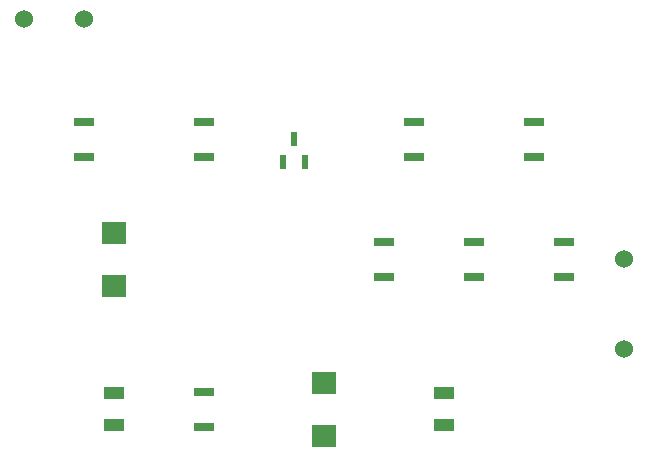
<source format=gbr>
%FSTAX23Y23*%
%MOIN*%
%SFA1B1*%

%IPPOS*%
%ADD10R,0.068898X0.030000*%
%ADD11R,0.022000X0.050000*%
%ADD12R,0.080000X0.074000*%
%ADD13R,0.066929X0.043307*%
%ADD16C,0.060000*%
%LNbattery_3.7_pcb_pads_top-1*%
%LPD*%
G54D10*
X047Y02459D03*
Y02341D03*
X051Y02459D03*
Y02341D03*
X062Y02459D03*
Y02341D03*
X058Y02459D03*
Y02341D03*
X063Y02059D03*
Y01941D03*
X06Y02059D03*
Y01941D03*
X057Y02059D03*
Y01941D03*
X051Y01559D03*
Y01441D03*
G54D11*
X054Y024D03*
X05436Y02324D03*
X05363D03*
G54D12*
X048Y01911D03*
Y02089D03*
X055Y01411D03*
Y01589D03*
G54D13*
X048Y01553D03*
Y01446D03*
X059Y01553D03*
Y01446D03*
G54D16*
X065Y02D03*
Y017D03*
X045Y028D03*
X047D03*
M02*
</source>
